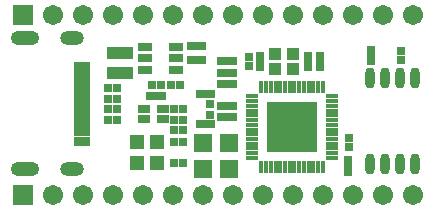
<source format=gts>
G04*
G04 #@! TF.GenerationSoftware,Altium Limited,Altium Designer,21.0.8 (223)*
G04*
G04 Layer_Color=8388736*
%FSLAX25Y25*%
%MOIN*%
G70*
G04*
G04 #@! TF.SameCoordinates,8808BF78-C309-42CA-8E72-27723A8412DA*
G04*
G04*
G04 #@! TF.FilePolarity,Negative*
G04*
G01*
G75*
%ADD33R,0.05131X0.04737*%
%ADD34R,0.02769X0.02572*%
%ADD35R,0.03950X0.02769*%
%ADD36O,0.03162X0.07099*%
%ADD37R,0.06115X0.06115*%
%ADD38R,0.06115X0.06115*%
%ADD39R,0.02926X0.02690*%
%ADD40R,0.03300X0.02700*%
%ADD41R,0.04343X0.03950*%
%ADD42R,0.02700X0.03300*%
%ADD43R,0.02572X0.02769*%
%ADD44R,0.05328X0.01981*%
%ADD45O,0.04147X0.01587*%
%ADD46O,0.01587X0.04147*%
%ADD47R,0.16548X0.16548*%
%ADD48R,0.04934X0.03162*%
%ADD49R,0.09068X0.04343*%
%ADD50C,0.06706*%
%ADD51R,0.06706X0.06706*%
%ADD52O,0.09461X0.04737*%
%ADD53O,0.07887X0.04737*%
D33*
X43154Y15500D02*
D03*
X49846D02*
D03*
X43154Y22500D02*
D03*
X49846D02*
D03*
D34*
X58476Y15500D02*
D03*
X55524D02*
D03*
X58476Y22500D02*
D03*
X55524D02*
D03*
X58476Y26500D02*
D03*
X55524D02*
D03*
X58476Y33500D02*
D03*
X55524D02*
D03*
X58476Y30000D02*
D03*
X55524D02*
D03*
X33524Y40500D02*
D03*
X36476D02*
D03*
X33524Y30000D02*
D03*
X36476D02*
D03*
X33524Y37000D02*
D03*
X36476D02*
D03*
X33524Y33500D02*
D03*
X36476D02*
D03*
X50976Y41500D02*
D03*
X48024D02*
D03*
X57476D02*
D03*
X54524D02*
D03*
D35*
X51650Y30228D02*
D03*
Y33772D02*
D03*
X45350D02*
D03*
Y30228D02*
D03*
D36*
X135900Y43872D02*
D03*
X130900D02*
D03*
X125900D02*
D03*
X120900D02*
D03*
X135900Y15328D02*
D03*
X130900D02*
D03*
X125900D02*
D03*
X120900D02*
D03*
D37*
X65268Y13768D02*
D03*
X73732Y22232D02*
D03*
D38*
X65268D02*
D03*
X73732Y13768D02*
D03*
D39*
X67500Y35232D02*
D03*
Y31768D02*
D03*
D40*
Y28500D02*
D03*
X64300D02*
D03*
X67500Y38500D02*
D03*
X64300D02*
D03*
X61400Y54500D02*
D03*
X64600D02*
D03*
X47900Y38000D02*
D03*
X51100D02*
D03*
X61400Y50000D02*
D03*
X64600D02*
D03*
X74800Y49600D02*
D03*
X71600D02*
D03*
X74800Y45800D02*
D03*
X71600D02*
D03*
X74800Y42000D02*
D03*
X71600D02*
D03*
X74800Y30900D02*
D03*
X71600D02*
D03*
X74800Y34700D02*
D03*
X71600D02*
D03*
D41*
X95153Y47138D02*
D03*
Y51862D02*
D03*
X89247D02*
D03*
Y47138D02*
D03*
D42*
X100200Y47900D02*
D03*
Y51100D02*
D03*
X84200Y47900D02*
D03*
Y51100D02*
D03*
X121000Y49900D02*
D03*
Y53100D02*
D03*
X104000Y47900D02*
D03*
Y51100D02*
D03*
X113400Y13100D02*
D03*
Y16300D02*
D03*
D43*
X80500Y50976D02*
D03*
Y48024D02*
D03*
X113700Y23976D02*
D03*
Y21024D02*
D03*
X131000Y52976D02*
D03*
Y50024D02*
D03*
D44*
X24760Y48425D02*
D03*
Y42323D02*
D03*
Y40354D02*
D03*
Y36417D02*
D03*
Y44291D02*
D03*
Y45276D02*
D03*
Y47441D02*
D03*
Y38386D02*
D03*
Y22441D02*
D03*
Y28543D02*
D03*
Y30512D02*
D03*
Y34449D02*
D03*
Y26575D02*
D03*
Y25591D02*
D03*
Y23425D02*
D03*
Y32480D02*
D03*
D45*
X81428Y37823D02*
D03*
Y36248D02*
D03*
Y34673D02*
D03*
Y33098D02*
D03*
Y31524D02*
D03*
Y29949D02*
D03*
Y28374D02*
D03*
Y26799D02*
D03*
Y25224D02*
D03*
Y23650D02*
D03*
Y22075D02*
D03*
Y20500D02*
D03*
Y18925D02*
D03*
Y17350D02*
D03*
X108200D02*
D03*
Y18925D02*
D03*
Y20500D02*
D03*
Y22075D02*
D03*
Y23650D02*
D03*
Y25224D02*
D03*
Y26799D02*
D03*
Y28374D02*
D03*
Y29949D02*
D03*
Y31524D02*
D03*
Y33098D02*
D03*
Y34673D02*
D03*
Y36248D02*
D03*
Y37823D02*
D03*
D46*
X84578Y14201D02*
D03*
X86153D02*
D03*
X87728D02*
D03*
X89302D02*
D03*
X90877D02*
D03*
X92452D02*
D03*
X94027D02*
D03*
X95602D02*
D03*
X97176D02*
D03*
X98751D02*
D03*
X100326D02*
D03*
X101901D02*
D03*
X103476D02*
D03*
X105050D02*
D03*
Y40972D02*
D03*
X103476D02*
D03*
X101901D02*
D03*
X100326D02*
D03*
X98751D02*
D03*
X97176D02*
D03*
X95602D02*
D03*
X94027D02*
D03*
X92452D02*
D03*
X90877D02*
D03*
X89302D02*
D03*
X87728D02*
D03*
X86153D02*
D03*
X84578D02*
D03*
D47*
X94814Y27587D02*
D03*
D48*
X56217Y54240D02*
D03*
Y50500D02*
D03*
Y46760D02*
D03*
X45783D02*
D03*
Y50500D02*
D03*
Y54240D02*
D03*
D49*
X37500Y45654D02*
D03*
Y52346D02*
D03*
D50*
X135000Y5000D02*
D03*
X125000D02*
D03*
X115000D02*
D03*
X105000D02*
D03*
X95000D02*
D03*
X85000D02*
D03*
X75000D02*
D03*
X65000D02*
D03*
X55000D02*
D03*
X45000D02*
D03*
X35000D02*
D03*
X25000D02*
D03*
X15000D02*
D03*
X135000Y65000D02*
D03*
X125000D02*
D03*
X115000D02*
D03*
X105000D02*
D03*
X95000D02*
D03*
X85000D02*
D03*
X75000D02*
D03*
X65000D02*
D03*
X55000D02*
D03*
X45000D02*
D03*
X35000D02*
D03*
X25000D02*
D03*
X15000D02*
D03*
D51*
X5000Y5000D02*
D03*
Y65000D02*
D03*
D52*
X5626Y13484D02*
D03*
Y57382D02*
D03*
D53*
X21374Y13484D02*
D03*
Y57382D02*
D03*
M02*

</source>
